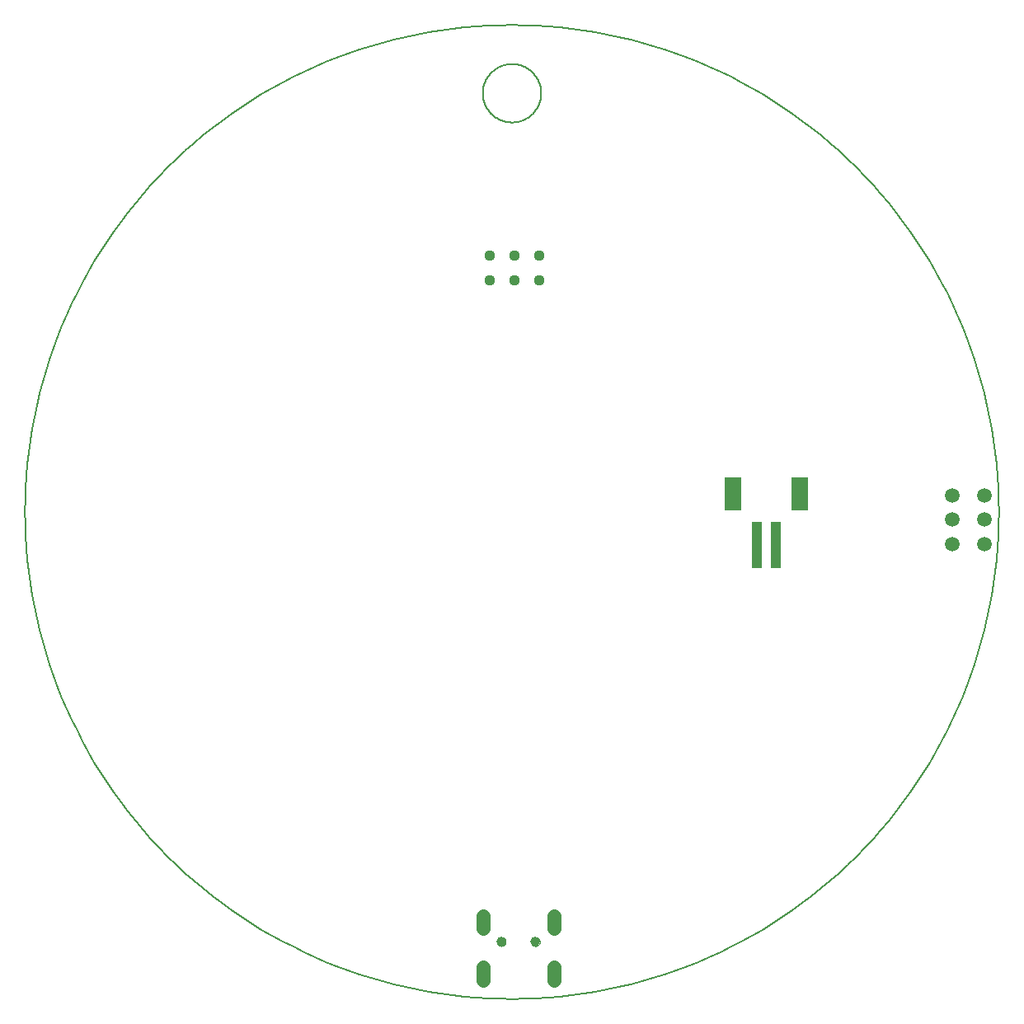
<source format=gbs>
G75*
%MOIN*%
%OFA0B0*%
%FSLAX25Y25*%
%IPPOS*%
%LPD*%
%AMOC8*
5,1,8,0,0,1.08239X$1,22.5*
%
%ADD10C,0.00600*%
%ADD11R,0.04337X0.18510*%
%ADD12R,0.06699X0.13786*%
%ADD13C,0.05943*%
%ADD14C,0.04369*%
%ADD15C,0.05550*%
%ADD16C,0.00000*%
%ADD17C,0.03943*%
D10*
X0001300Y0203937D02*
X0001359Y0208768D01*
X0001537Y0213596D01*
X0001833Y0218418D01*
X0002248Y0223232D01*
X0002780Y0228034D01*
X0003431Y0232821D01*
X0004198Y0237591D01*
X0005082Y0242341D01*
X0006083Y0247067D01*
X0007199Y0251768D01*
X0008431Y0256439D01*
X0009776Y0261080D01*
X0011235Y0265685D01*
X0012807Y0270254D01*
X0014490Y0274782D01*
X0016284Y0279268D01*
X0018188Y0283709D01*
X0020200Y0288101D01*
X0022319Y0292443D01*
X0024544Y0296731D01*
X0026873Y0300964D01*
X0029306Y0305138D01*
X0031841Y0309251D01*
X0034475Y0313301D01*
X0037208Y0317285D01*
X0040039Y0321200D01*
X0042964Y0325045D01*
X0045983Y0328817D01*
X0049093Y0332514D01*
X0052294Y0336133D01*
X0055582Y0339673D01*
X0058956Y0343131D01*
X0062414Y0346505D01*
X0065954Y0349793D01*
X0069573Y0352994D01*
X0073270Y0356104D01*
X0077042Y0359123D01*
X0080887Y0362048D01*
X0084802Y0364879D01*
X0088786Y0367612D01*
X0092836Y0370246D01*
X0096949Y0372781D01*
X0101123Y0375214D01*
X0105356Y0377543D01*
X0109644Y0379768D01*
X0113986Y0381887D01*
X0118378Y0383899D01*
X0122819Y0385803D01*
X0127305Y0387597D01*
X0131833Y0389280D01*
X0136402Y0390852D01*
X0141007Y0392311D01*
X0145648Y0393656D01*
X0150319Y0394888D01*
X0155020Y0396004D01*
X0159746Y0397005D01*
X0164496Y0397889D01*
X0169266Y0398656D01*
X0174053Y0399307D01*
X0178855Y0399839D01*
X0183669Y0400254D01*
X0188491Y0400550D01*
X0193319Y0400728D01*
X0198150Y0400787D01*
X0202981Y0400728D01*
X0207809Y0400550D01*
X0212631Y0400254D01*
X0217445Y0399839D01*
X0222247Y0399307D01*
X0227034Y0398656D01*
X0231804Y0397889D01*
X0236554Y0397005D01*
X0241280Y0396004D01*
X0245981Y0394888D01*
X0250652Y0393656D01*
X0255293Y0392311D01*
X0259898Y0390852D01*
X0264467Y0389280D01*
X0268995Y0387597D01*
X0273481Y0385803D01*
X0277922Y0383899D01*
X0282314Y0381887D01*
X0286656Y0379768D01*
X0290944Y0377543D01*
X0295177Y0375214D01*
X0299351Y0372781D01*
X0303464Y0370246D01*
X0307514Y0367612D01*
X0311498Y0364879D01*
X0315413Y0362048D01*
X0319258Y0359123D01*
X0323030Y0356104D01*
X0326727Y0352994D01*
X0330346Y0349793D01*
X0333886Y0346505D01*
X0337344Y0343131D01*
X0340718Y0339673D01*
X0344006Y0336133D01*
X0347207Y0332514D01*
X0350317Y0328817D01*
X0353336Y0325045D01*
X0356261Y0321200D01*
X0359092Y0317285D01*
X0361825Y0313301D01*
X0364459Y0309251D01*
X0366994Y0305138D01*
X0369427Y0300964D01*
X0371756Y0296731D01*
X0373981Y0292443D01*
X0376100Y0288101D01*
X0378112Y0283709D01*
X0380016Y0279268D01*
X0381810Y0274782D01*
X0383493Y0270254D01*
X0385065Y0265685D01*
X0386524Y0261080D01*
X0387869Y0256439D01*
X0389101Y0251768D01*
X0390217Y0247067D01*
X0391218Y0242341D01*
X0392102Y0237591D01*
X0392869Y0232821D01*
X0393520Y0228034D01*
X0394052Y0223232D01*
X0394467Y0218418D01*
X0394763Y0213596D01*
X0394941Y0208768D01*
X0395000Y0203937D01*
X0394941Y0199106D01*
X0394763Y0194278D01*
X0394467Y0189456D01*
X0394052Y0184642D01*
X0393520Y0179840D01*
X0392869Y0175053D01*
X0392102Y0170283D01*
X0391218Y0165533D01*
X0390217Y0160807D01*
X0389101Y0156106D01*
X0387869Y0151435D01*
X0386524Y0146794D01*
X0385065Y0142189D01*
X0383493Y0137620D01*
X0381810Y0133092D01*
X0380016Y0128606D01*
X0378112Y0124165D01*
X0376100Y0119773D01*
X0373981Y0115431D01*
X0371756Y0111143D01*
X0369427Y0106910D01*
X0366994Y0102736D01*
X0364459Y0098623D01*
X0361825Y0094573D01*
X0359092Y0090589D01*
X0356261Y0086674D01*
X0353336Y0082829D01*
X0350317Y0079057D01*
X0347207Y0075360D01*
X0344006Y0071741D01*
X0340718Y0068201D01*
X0337344Y0064743D01*
X0333886Y0061369D01*
X0330346Y0058081D01*
X0326727Y0054880D01*
X0323030Y0051770D01*
X0319258Y0048751D01*
X0315413Y0045826D01*
X0311498Y0042995D01*
X0307514Y0040262D01*
X0303464Y0037628D01*
X0299351Y0035093D01*
X0295177Y0032660D01*
X0290944Y0030331D01*
X0286656Y0028106D01*
X0282314Y0025987D01*
X0277922Y0023975D01*
X0273481Y0022071D01*
X0268995Y0020277D01*
X0264467Y0018594D01*
X0259898Y0017022D01*
X0255293Y0015563D01*
X0250652Y0014218D01*
X0245981Y0012986D01*
X0241280Y0011870D01*
X0236554Y0010869D01*
X0231804Y0009985D01*
X0227034Y0009218D01*
X0222247Y0008567D01*
X0217445Y0008035D01*
X0212631Y0007620D01*
X0207809Y0007324D01*
X0202981Y0007146D01*
X0198150Y0007087D01*
X0193319Y0007146D01*
X0188491Y0007324D01*
X0183669Y0007620D01*
X0178855Y0008035D01*
X0174053Y0008567D01*
X0169266Y0009218D01*
X0164496Y0009985D01*
X0159746Y0010869D01*
X0155020Y0011870D01*
X0150319Y0012986D01*
X0145648Y0014218D01*
X0141007Y0015563D01*
X0136402Y0017022D01*
X0131833Y0018594D01*
X0127305Y0020277D01*
X0122819Y0022071D01*
X0118378Y0023975D01*
X0113986Y0025987D01*
X0109644Y0028106D01*
X0105356Y0030331D01*
X0101123Y0032660D01*
X0096949Y0035093D01*
X0092836Y0037628D01*
X0088786Y0040262D01*
X0084802Y0042995D01*
X0080887Y0045826D01*
X0077042Y0048751D01*
X0073270Y0051770D01*
X0069573Y0054880D01*
X0065954Y0058081D01*
X0062414Y0061369D01*
X0058956Y0064743D01*
X0055582Y0068201D01*
X0052294Y0071741D01*
X0049093Y0075360D01*
X0045983Y0079057D01*
X0042964Y0082829D01*
X0040039Y0086674D01*
X0037208Y0090589D01*
X0034475Y0094573D01*
X0031841Y0098623D01*
X0029306Y0102736D01*
X0026873Y0106910D01*
X0024544Y0111143D01*
X0022319Y0115431D01*
X0020200Y0119773D01*
X0018188Y0124165D01*
X0016284Y0128606D01*
X0014490Y0133092D01*
X0012807Y0137620D01*
X0011235Y0142189D01*
X0009776Y0146794D01*
X0008431Y0151435D01*
X0007199Y0156106D01*
X0006083Y0160807D01*
X0005082Y0165533D01*
X0004198Y0170283D01*
X0003431Y0175053D01*
X0002780Y0179840D01*
X0002248Y0184642D01*
X0001833Y0189456D01*
X0001537Y0194278D01*
X0001359Y0199106D01*
X0001300Y0203937D01*
X0186339Y0373228D02*
X0186343Y0373518D01*
X0186353Y0373808D01*
X0186371Y0374097D01*
X0186396Y0374386D01*
X0186428Y0374674D01*
X0186467Y0374961D01*
X0186513Y0375247D01*
X0186566Y0375532D01*
X0186626Y0375816D01*
X0186693Y0376098D01*
X0186767Y0376378D01*
X0186848Y0376657D01*
X0186935Y0376933D01*
X0187029Y0377207D01*
X0187130Y0377479D01*
X0187238Y0377748D01*
X0187352Y0378014D01*
X0187473Y0378278D01*
X0187600Y0378538D01*
X0187734Y0378796D01*
X0187873Y0379050D01*
X0188019Y0379300D01*
X0188171Y0379547D01*
X0188330Y0379790D01*
X0188494Y0380029D01*
X0188663Y0380264D01*
X0188839Y0380495D01*
X0189020Y0380721D01*
X0189207Y0380943D01*
X0189399Y0381160D01*
X0189596Y0381372D01*
X0189798Y0381580D01*
X0190006Y0381782D01*
X0190218Y0381979D01*
X0190435Y0382171D01*
X0190657Y0382358D01*
X0190883Y0382539D01*
X0191114Y0382715D01*
X0191349Y0382884D01*
X0191588Y0383048D01*
X0191831Y0383207D01*
X0192078Y0383359D01*
X0192328Y0383505D01*
X0192582Y0383644D01*
X0192840Y0383778D01*
X0193100Y0383905D01*
X0193364Y0384026D01*
X0193630Y0384140D01*
X0193899Y0384248D01*
X0194171Y0384349D01*
X0194445Y0384443D01*
X0194721Y0384530D01*
X0195000Y0384611D01*
X0195280Y0384685D01*
X0195562Y0384752D01*
X0195846Y0384812D01*
X0196131Y0384865D01*
X0196417Y0384911D01*
X0196704Y0384950D01*
X0196992Y0384982D01*
X0197281Y0385007D01*
X0197570Y0385025D01*
X0197860Y0385035D01*
X0198150Y0385039D01*
X0198440Y0385035D01*
X0198730Y0385025D01*
X0199019Y0385007D01*
X0199308Y0384982D01*
X0199596Y0384950D01*
X0199883Y0384911D01*
X0200169Y0384865D01*
X0200454Y0384812D01*
X0200738Y0384752D01*
X0201020Y0384685D01*
X0201300Y0384611D01*
X0201579Y0384530D01*
X0201855Y0384443D01*
X0202129Y0384349D01*
X0202401Y0384248D01*
X0202670Y0384140D01*
X0202936Y0384026D01*
X0203200Y0383905D01*
X0203460Y0383778D01*
X0203718Y0383644D01*
X0203972Y0383505D01*
X0204222Y0383359D01*
X0204469Y0383207D01*
X0204712Y0383048D01*
X0204951Y0382884D01*
X0205186Y0382715D01*
X0205417Y0382539D01*
X0205643Y0382358D01*
X0205865Y0382171D01*
X0206082Y0381979D01*
X0206294Y0381782D01*
X0206502Y0381580D01*
X0206704Y0381372D01*
X0206901Y0381160D01*
X0207093Y0380943D01*
X0207280Y0380721D01*
X0207461Y0380495D01*
X0207637Y0380264D01*
X0207806Y0380029D01*
X0207970Y0379790D01*
X0208129Y0379547D01*
X0208281Y0379300D01*
X0208427Y0379050D01*
X0208566Y0378796D01*
X0208700Y0378538D01*
X0208827Y0378278D01*
X0208948Y0378014D01*
X0209062Y0377748D01*
X0209170Y0377479D01*
X0209271Y0377207D01*
X0209365Y0376933D01*
X0209452Y0376657D01*
X0209533Y0376378D01*
X0209607Y0376098D01*
X0209674Y0375816D01*
X0209734Y0375532D01*
X0209787Y0375247D01*
X0209833Y0374961D01*
X0209872Y0374674D01*
X0209904Y0374386D01*
X0209929Y0374097D01*
X0209947Y0373808D01*
X0209957Y0373518D01*
X0209961Y0373228D01*
X0209957Y0372938D01*
X0209947Y0372648D01*
X0209929Y0372359D01*
X0209904Y0372070D01*
X0209872Y0371782D01*
X0209833Y0371495D01*
X0209787Y0371209D01*
X0209734Y0370924D01*
X0209674Y0370640D01*
X0209607Y0370358D01*
X0209533Y0370078D01*
X0209452Y0369799D01*
X0209365Y0369523D01*
X0209271Y0369249D01*
X0209170Y0368977D01*
X0209062Y0368708D01*
X0208948Y0368442D01*
X0208827Y0368178D01*
X0208700Y0367918D01*
X0208566Y0367660D01*
X0208427Y0367406D01*
X0208281Y0367156D01*
X0208129Y0366909D01*
X0207970Y0366666D01*
X0207806Y0366427D01*
X0207637Y0366192D01*
X0207461Y0365961D01*
X0207280Y0365735D01*
X0207093Y0365513D01*
X0206901Y0365296D01*
X0206704Y0365084D01*
X0206502Y0364876D01*
X0206294Y0364674D01*
X0206082Y0364477D01*
X0205865Y0364285D01*
X0205643Y0364098D01*
X0205417Y0363917D01*
X0205186Y0363741D01*
X0204951Y0363572D01*
X0204712Y0363408D01*
X0204469Y0363249D01*
X0204222Y0363097D01*
X0203972Y0362951D01*
X0203718Y0362812D01*
X0203460Y0362678D01*
X0203200Y0362551D01*
X0202936Y0362430D01*
X0202670Y0362316D01*
X0202401Y0362208D01*
X0202129Y0362107D01*
X0201855Y0362013D01*
X0201579Y0361926D01*
X0201300Y0361845D01*
X0201020Y0361771D01*
X0200738Y0361704D01*
X0200454Y0361644D01*
X0200169Y0361591D01*
X0199883Y0361545D01*
X0199596Y0361506D01*
X0199308Y0361474D01*
X0199019Y0361449D01*
X0198730Y0361431D01*
X0198440Y0361421D01*
X0198150Y0361417D01*
X0197860Y0361421D01*
X0197570Y0361431D01*
X0197281Y0361449D01*
X0196992Y0361474D01*
X0196704Y0361506D01*
X0196417Y0361545D01*
X0196131Y0361591D01*
X0195846Y0361644D01*
X0195562Y0361704D01*
X0195280Y0361771D01*
X0195000Y0361845D01*
X0194721Y0361926D01*
X0194445Y0362013D01*
X0194171Y0362107D01*
X0193899Y0362208D01*
X0193630Y0362316D01*
X0193364Y0362430D01*
X0193100Y0362551D01*
X0192840Y0362678D01*
X0192582Y0362812D01*
X0192328Y0362951D01*
X0192078Y0363097D01*
X0191831Y0363249D01*
X0191588Y0363408D01*
X0191349Y0363572D01*
X0191114Y0363741D01*
X0190883Y0363917D01*
X0190657Y0364098D01*
X0190435Y0364285D01*
X0190218Y0364477D01*
X0190006Y0364674D01*
X0189798Y0364876D01*
X0189596Y0365084D01*
X0189399Y0365296D01*
X0189207Y0365513D01*
X0189020Y0365735D01*
X0188839Y0365961D01*
X0188663Y0366192D01*
X0188494Y0366427D01*
X0188330Y0366666D01*
X0188171Y0366909D01*
X0188019Y0367156D01*
X0187873Y0367406D01*
X0187734Y0367660D01*
X0187600Y0367918D01*
X0187473Y0368178D01*
X0187352Y0368442D01*
X0187238Y0368708D01*
X0187130Y0368977D01*
X0187029Y0369249D01*
X0186935Y0369523D01*
X0186848Y0369799D01*
X0186767Y0370078D01*
X0186693Y0370358D01*
X0186626Y0370640D01*
X0186566Y0370924D01*
X0186513Y0371209D01*
X0186467Y0371495D01*
X0186428Y0371782D01*
X0186396Y0372070D01*
X0186371Y0372359D01*
X0186353Y0372648D01*
X0186343Y0372938D01*
X0186339Y0373228D01*
D11*
X0297048Y0190748D03*
X0304922Y0190748D03*
D12*
X0314371Y0211220D03*
X0287599Y0211220D03*
D13*
X0376182Y0210709D03*
X0376182Y0200866D03*
X0376182Y0191024D03*
X0389174Y0191024D03*
X0389174Y0200866D03*
X0389174Y0210709D03*
D14*
X0209095Y0297756D03*
X0199095Y0297756D03*
X0199095Y0307756D03*
X0209095Y0307756D03*
X0189095Y0307756D03*
X0189095Y0297756D03*
D15*
X0186339Y0019780D02*
X0186339Y0014630D01*
X0186339Y0035496D02*
X0186339Y0040646D01*
X0215080Y0040646D02*
X0215080Y0035496D01*
X0215080Y0019780D02*
X0215080Y0014630D01*
D16*
X0205827Y0030197D02*
X0205829Y0030281D01*
X0205835Y0030364D01*
X0205845Y0030447D01*
X0205859Y0030530D01*
X0205876Y0030612D01*
X0205898Y0030693D01*
X0205923Y0030772D01*
X0205952Y0030851D01*
X0205985Y0030928D01*
X0206021Y0031003D01*
X0206061Y0031077D01*
X0206104Y0031149D01*
X0206151Y0031218D01*
X0206201Y0031285D01*
X0206254Y0031350D01*
X0206310Y0031412D01*
X0206368Y0031472D01*
X0206430Y0031529D01*
X0206494Y0031582D01*
X0206561Y0031633D01*
X0206630Y0031680D01*
X0206701Y0031725D01*
X0206774Y0031765D01*
X0206849Y0031802D01*
X0206926Y0031836D01*
X0207004Y0031866D01*
X0207083Y0031892D01*
X0207164Y0031915D01*
X0207246Y0031933D01*
X0207328Y0031948D01*
X0207411Y0031959D01*
X0207494Y0031966D01*
X0207578Y0031969D01*
X0207662Y0031968D01*
X0207745Y0031963D01*
X0207829Y0031954D01*
X0207911Y0031941D01*
X0207993Y0031925D01*
X0208074Y0031904D01*
X0208155Y0031880D01*
X0208233Y0031852D01*
X0208311Y0031820D01*
X0208387Y0031784D01*
X0208461Y0031745D01*
X0208533Y0031703D01*
X0208603Y0031657D01*
X0208671Y0031608D01*
X0208736Y0031556D01*
X0208799Y0031501D01*
X0208859Y0031443D01*
X0208917Y0031382D01*
X0208971Y0031318D01*
X0209023Y0031252D01*
X0209071Y0031184D01*
X0209116Y0031113D01*
X0209157Y0031040D01*
X0209196Y0030966D01*
X0209230Y0030890D01*
X0209261Y0030812D01*
X0209288Y0030733D01*
X0209312Y0030652D01*
X0209331Y0030571D01*
X0209347Y0030489D01*
X0209359Y0030406D01*
X0209367Y0030322D01*
X0209371Y0030239D01*
X0209371Y0030155D01*
X0209367Y0030072D01*
X0209359Y0029988D01*
X0209347Y0029905D01*
X0209331Y0029823D01*
X0209312Y0029742D01*
X0209288Y0029661D01*
X0209261Y0029582D01*
X0209230Y0029504D01*
X0209196Y0029428D01*
X0209157Y0029354D01*
X0209116Y0029281D01*
X0209071Y0029210D01*
X0209023Y0029142D01*
X0208971Y0029076D01*
X0208917Y0029012D01*
X0208859Y0028951D01*
X0208799Y0028893D01*
X0208736Y0028838D01*
X0208671Y0028786D01*
X0208603Y0028737D01*
X0208533Y0028691D01*
X0208461Y0028649D01*
X0208387Y0028610D01*
X0208311Y0028574D01*
X0208233Y0028542D01*
X0208155Y0028514D01*
X0208074Y0028490D01*
X0207993Y0028469D01*
X0207911Y0028453D01*
X0207829Y0028440D01*
X0207745Y0028431D01*
X0207662Y0028426D01*
X0207578Y0028425D01*
X0207494Y0028428D01*
X0207411Y0028435D01*
X0207328Y0028446D01*
X0207246Y0028461D01*
X0207164Y0028479D01*
X0207083Y0028502D01*
X0207004Y0028528D01*
X0206926Y0028558D01*
X0206849Y0028592D01*
X0206774Y0028629D01*
X0206701Y0028669D01*
X0206630Y0028714D01*
X0206561Y0028761D01*
X0206494Y0028812D01*
X0206430Y0028865D01*
X0206368Y0028922D01*
X0206310Y0028982D01*
X0206254Y0029044D01*
X0206201Y0029109D01*
X0206151Y0029176D01*
X0206104Y0029245D01*
X0206061Y0029317D01*
X0206021Y0029391D01*
X0205985Y0029466D01*
X0205952Y0029543D01*
X0205923Y0029622D01*
X0205898Y0029701D01*
X0205876Y0029782D01*
X0205859Y0029864D01*
X0205845Y0029947D01*
X0205835Y0030030D01*
X0205829Y0030113D01*
X0205827Y0030197D01*
X0192048Y0030197D02*
X0192050Y0030281D01*
X0192056Y0030364D01*
X0192066Y0030447D01*
X0192080Y0030530D01*
X0192097Y0030612D01*
X0192119Y0030693D01*
X0192144Y0030772D01*
X0192173Y0030851D01*
X0192206Y0030928D01*
X0192242Y0031003D01*
X0192282Y0031077D01*
X0192325Y0031149D01*
X0192372Y0031218D01*
X0192422Y0031285D01*
X0192475Y0031350D01*
X0192531Y0031412D01*
X0192589Y0031472D01*
X0192651Y0031529D01*
X0192715Y0031582D01*
X0192782Y0031633D01*
X0192851Y0031680D01*
X0192922Y0031725D01*
X0192995Y0031765D01*
X0193070Y0031802D01*
X0193147Y0031836D01*
X0193225Y0031866D01*
X0193304Y0031892D01*
X0193385Y0031915D01*
X0193467Y0031933D01*
X0193549Y0031948D01*
X0193632Y0031959D01*
X0193715Y0031966D01*
X0193799Y0031969D01*
X0193883Y0031968D01*
X0193966Y0031963D01*
X0194050Y0031954D01*
X0194132Y0031941D01*
X0194214Y0031925D01*
X0194295Y0031904D01*
X0194376Y0031880D01*
X0194454Y0031852D01*
X0194532Y0031820D01*
X0194608Y0031784D01*
X0194682Y0031745D01*
X0194754Y0031703D01*
X0194824Y0031657D01*
X0194892Y0031608D01*
X0194957Y0031556D01*
X0195020Y0031501D01*
X0195080Y0031443D01*
X0195138Y0031382D01*
X0195192Y0031318D01*
X0195244Y0031252D01*
X0195292Y0031184D01*
X0195337Y0031113D01*
X0195378Y0031040D01*
X0195417Y0030966D01*
X0195451Y0030890D01*
X0195482Y0030812D01*
X0195509Y0030733D01*
X0195533Y0030652D01*
X0195552Y0030571D01*
X0195568Y0030489D01*
X0195580Y0030406D01*
X0195588Y0030322D01*
X0195592Y0030239D01*
X0195592Y0030155D01*
X0195588Y0030072D01*
X0195580Y0029988D01*
X0195568Y0029905D01*
X0195552Y0029823D01*
X0195533Y0029742D01*
X0195509Y0029661D01*
X0195482Y0029582D01*
X0195451Y0029504D01*
X0195417Y0029428D01*
X0195378Y0029354D01*
X0195337Y0029281D01*
X0195292Y0029210D01*
X0195244Y0029142D01*
X0195192Y0029076D01*
X0195138Y0029012D01*
X0195080Y0028951D01*
X0195020Y0028893D01*
X0194957Y0028838D01*
X0194892Y0028786D01*
X0194824Y0028737D01*
X0194754Y0028691D01*
X0194682Y0028649D01*
X0194608Y0028610D01*
X0194532Y0028574D01*
X0194454Y0028542D01*
X0194376Y0028514D01*
X0194295Y0028490D01*
X0194214Y0028469D01*
X0194132Y0028453D01*
X0194050Y0028440D01*
X0193966Y0028431D01*
X0193883Y0028426D01*
X0193799Y0028425D01*
X0193715Y0028428D01*
X0193632Y0028435D01*
X0193549Y0028446D01*
X0193467Y0028461D01*
X0193385Y0028479D01*
X0193304Y0028502D01*
X0193225Y0028528D01*
X0193147Y0028558D01*
X0193070Y0028592D01*
X0192995Y0028629D01*
X0192922Y0028669D01*
X0192851Y0028714D01*
X0192782Y0028761D01*
X0192715Y0028812D01*
X0192651Y0028865D01*
X0192589Y0028922D01*
X0192531Y0028982D01*
X0192475Y0029044D01*
X0192422Y0029109D01*
X0192372Y0029176D01*
X0192325Y0029245D01*
X0192282Y0029317D01*
X0192242Y0029391D01*
X0192206Y0029466D01*
X0192173Y0029543D01*
X0192144Y0029622D01*
X0192119Y0029701D01*
X0192097Y0029782D01*
X0192080Y0029864D01*
X0192066Y0029947D01*
X0192056Y0030030D01*
X0192050Y0030113D01*
X0192048Y0030197D01*
D17*
X0193820Y0030197D03*
X0207599Y0030197D03*
M02*

</source>
